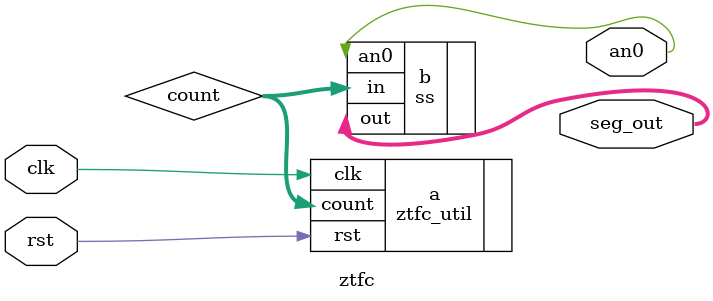
<source format=v>
module ztfc(input clk, input rst, output [6:0] seg_out, output an0);
    wire [3:0] count;

    ztfc_util a (.count(count), .clk(clk), .rst(rst));
    ss b (.in(count), .out(seg_out), .an0(an0));
endmodule

</source>
